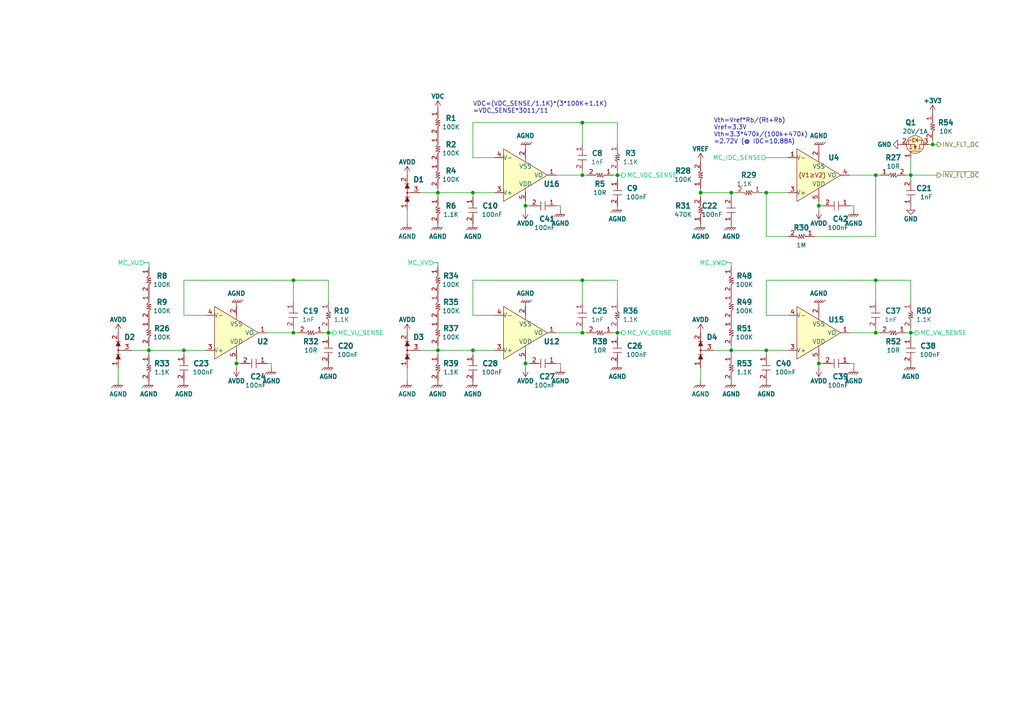
<source format=kicad_sch>
(kicad_sch (version 20231120) (generator "eeschema") (generator_version "8.0")
  (paper "A4")
  (title_block (title "INVERTER BOARD") (date "2024-09-24") (rev "1.0") (company "TON DUC THANG UNIVERSITY") (comment 1 "Schematic Designed by ...") (comment 2 "PCB Designed by ...") (comment 3 "Approved by ..."))
  (lib_symbols
    (symbol "SAMPI:AGND" (power) (pin_names (offset 0))
      (property "Value" "AGND" (at 0 -3.175 0))
      (symbol "AGND_1_1"
        (pin power_in line (at 0 0 90) (length 0) hide (name "AGND") (number "1"))
      )
    )
    (symbol "SAMPI:AVDD" (power) (pin_names (offset 0))
      (property "Value" "AVDD" (at 0 3.556 0))
      (symbol "AVDD_1_1"
        (pin power_in line (at 0 0 90) (length 0) hide (name "AVDD") (number "1"))
      )
    )
    (symbol "SAMPI:CERCAP" (pin_names hide)
      (property "Reference" "C" (at -1.905 1.905 0))
      (property "Value" "CerCap" (at -1.905 0 0))
      (symbol "CERCAP_1_1"
        (pin bidirectional line (at -2.54 -2.54 0) (length 2.54) (name "1") (number "1"))
        (pin bidirectional line (at 5.08 -2.54 180) (length 2.54) (name "2") (number "2"))
      )
    )
    (symbol "SAMPI:CMP-1CH" (pin_names hide)
      (property "Reference" "U12" (at 10.16 -15.24 0))
      (symbol "CMP-1CH_1_1"
        (text "(V1≥V2)" (at 4.445 -10.16 0) (effects (font (size 1.27 1.27))))
        (text "V+" (at 1.27 -5.08 0) (effects (font (size 1.27 1.27))))
        (text "V-" (at 1.27 -15.24 0) (effects (font (size 1.27 1.27))))
        (text "VDD" (at 6.35 -7.62 0) (effects (font (size 1.27 1.27))))
        (text "VO" (at 10.16 -10.16 0) (effects (font (size 1.27 1.27))))
        (text "VSS" (at 6.35 -12.7 0) (effects (font (size 1.27 1.27))))
        (pin input line (at -2.54 -15.24 0) (length 2.54) (name "VIN-") (number "1"))
        (pin power_in line (at 6.35 -17.78 90) (length 2.54) (name "VSS") (number "2"))
        (pin input line (at -2.54 -5.08 0) (length 2.54) (name "VIN+") (number "3"))
        (pin output line (at 15.24 -10.16 180) (length 2.54) (name "VOUT") (number "4"))
        (pin power_in line (at 6.35 -2.54 270) (length 2.54) (name "VDD") (number "5"))
      )
    )
    (symbol "SAMPI:DIODE_ARR2" (pin_names hide)
      (property "Reference" "D" (at 0 0 0))
      (property "Value" "DIODE ARR 2" (at 0 -1.905 0))
      (symbol "DIODE_ARR2_1_1"
        (pin passive line (at 12.7 -10.16 90) (length 2.54) (name "A1") (number "1"))
        (pin passive line (at 12.7 0 270) (length 2.54) (name "K2") (number "2"))
        (pin passive line (at 8.89 -5.08 0) (length 2.54) (name "COM") (number "3"))
      )
    )
    (symbol "SAMPI:FET_N-CH" (pin_names hide)
      (property "Reference" "Q" (at 1.27 1.27 0))
      (property "Value" "MFET N" (at 1.27 -1.27 0))
      (symbol "FET_N-CH_1_1"
        (pin bidirectional line (at 0 -5.08 0) (length 1.27) (name "G") (number "1"))
        (pin bidirectional line (at 3.81 -7.62 90) (length 1.27) (name "S") (number "2"))
        (pin bidirectional line (at 3.81 0 270) (length 1.27) (name "D") (number "3"))
      )
    )
    (symbol "SAMPI:OPAMP-1CH" (pin_names hide)
      (property "Reference" "U" (at 0 0 0))
      (property "Value" "OP-1CH" (at 0 -1.905 0))
      (symbol "OPAMP-1CH_1_1"
        (text "V+" (at 1.27 -5.08 0) (effects (font (size 1.27 1.27))))
        (text "V-" (at 1.27 -15.24 0) (effects (font (size 1.27 1.27))))
        (text "VDD" (at 6.35 -7.62 0) (effects (font (size 1.27 1.27))))
        (text "VO" (at 10.16 -10.16 0) (effects (font (size 1.27 1.27))))
        (text "VSS" (at 6.35 -12.7 0) (effects (font (size 1.27 1.27))))
        (pin output line (at 15.24 -10.16 180) (length 2.54) (name "VOUT") (number "1"))
        (pin power_in line (at 6.35 -17.78 90) (length 2.54) (name "VSS") (number "2"))
        (pin input line (at -2.54 -5.08 0) (length 2.54) (name "VIN+") (number "3"))
        (pin input line (at -2.54 -15.24 0) (length 2.54) (name "VIN-") (number "4"))
        (pin power_in line (at 6.35 -2.54 270) (length 2.54) (name "VDD") (number "5"))
      )
    )
    (symbol "SAMPI:RES" (pin_names hide)
      (property "Reference" "R" (at 0 1.905 0))
      (property "Value" "RES" (at 0 0 0))
      (symbol "RES_1_1"
        (pin bidirectional line (at -2.54 -2.54 0) (length 2.54) (name "1") (number "1"))
        (pin bidirectional line (at 5.08 -2.54 180) (length 2.54) (name "2") (number "2"))
      )
    )
    (symbol "SAMPI:VREF" (power) (pin_names (offset 0))
      (property "Value" "VREF" (at 0 3.556 0))
      (symbol "VREF_1_1"
        (pin power_in line (at 0 0 90) (length 0) hide (name "VREF") (number "1"))
      )
    )
    (symbol "power:+3V3" (power) (pin_names (offset 0))
      (property "Value" "+3V3" (at 0 3.556 0))
      (symbol "+3V3_1_1"
        (pin power_in line (at 0 0 90) (length 0) hide (name "+3V3") (number "1"))
      )
    )
    (symbol "power:GND" (power) (pin_names (offset 0))
      (property "Value" "GND" (at 0 -3.81 0))
      (symbol "GND_1_1"
        (pin power_in line (at 0 0 270) (length 0) hide (name "GND") (number "1"))
      )
    )
    (symbol "power:VDC" (power) (pin_names (offset 0))
      (property "Value" "VDC" (at 0 6.35 0))
      (symbol "VDC_1_1"
        (pin power_in line (at 0 0 90) (length 0) hide (name "VDC") (number "1"))
      )
    )
  )
  (junction (at 203.2 55.88))
  (junction (at 168.91 35.56))
  (junction (at 43.18 101.6))
  (junction (at 53.34 101.6))
  (junction (at 212.09 101.6))
  (junction (at 85.09 81.28))
  (junction (at 212.09 55.88))
  (junction (at 168.91 50.8))
  (junction (at 254 96.52))
  (junction (at 264.16 96.52))
  (junction (at 179.07 50.8))
  (junction (at 237.49 105.41))
  (junction (at 168.91 96.52))
  (junction (at 237.49 59.69))
  (junction (at 85.09 96.52))
  (junction (at 137.16 101.6))
  (junction (at 254 50.8))
  (junction (at 179.07 96.52))
  (junction (at 254 81.28))
  (junction (at 222.25 55.88))
  (junction (at 270.51 41.91))
  (junction (at 222.25 101.6))
  (junction (at 95.25 96.52))
  (junction (at 152.4 59.69))
  (junction (at 168.91 81.28))
  (junction (at 127 101.6))
  (junction (at 137.16 55.88))
  (junction (at 152.4 105.41))
  (junction (at 127 55.88))
  (junction (at 68.58 105.41))
  (junction (at 264.16 50.8))
  (wire (pts (xy 212.09 55.88) (xy 213.36 55.88)))
  (wire (pts (xy 127 100.33) (xy 127 101.6)))
  (wire (pts (xy 162.56 105.41) (xy 162.56 106.68)))
  (wire (pts (xy 203.2 55.88) (xy 203.2 57.15)))
  (wire (pts (xy 127 101.6) (xy 137.16 101.6)))
  (wire (pts (xy 96.52 96.52) (xy 95.25 96.52)))
  (wire (pts (xy 153.67 105.41) (xy 152.4 105.41)))
  (wire (pts (xy 222.25 81.28) (xy 254 81.28)))
  (wire (pts (xy 162.56 105.41) (xy 161.29 105.41)))
  (wire (pts (xy 237.49 105.41) (xy 237.49 106.68)))
  (wire (pts (xy 68.58 105.41) (xy 68.58 104.14)))
  (wire (pts (xy 161.29 96.52) (xy 168.91 96.52)))
  (wire (pts (xy 254 50.8) (xy 255.27 50.8)))
  (wire (pts (xy 264.16 95.25) (xy 264.16 96.52)))
  (wire (pts (xy 212.09 57.15) (xy 212.09 55.88)))
  (wire (pts (xy 203.2 54.61) (xy 203.2 55.88)))
  (wire (pts (xy 247.65 105.41) (xy 246.38 105.41)))
  (wire (pts (xy 38.1 101.6) (xy 43.18 101.6)))
  (wire (pts (xy 85.09 81.28) (xy 95.25 81.28)))
  (wire (pts (xy 254 96.52) (xy 255.27 96.52)))
  (wire (pts (xy 153.67 59.69) (xy 152.4 59.69)))
  (wire (pts (xy 162.56 59.69) (xy 162.56 60.96)))
  (wire (pts (xy 212.09 101.6) (xy 212.09 102.87)))
  (wire (pts (xy 43.18 76.2) (xy 43.18 77.47)))
  (wire (pts (xy 210.82 76.2) (xy 212.09 76.2)))
  (wire (pts (xy 228.6 91.44) (xy 222.25 91.44)))
  (wire (pts (xy 118.11 60.96) (xy 118.11 64.77)))
  (wire (pts (xy 68.58 105.41) (xy 68.58 106.68)))
  (wire (pts (xy 53.34 81.28) (xy 85.09 81.28)))
  (wire (pts (xy 179.07 96.52) (xy 177.8 96.52)))
  (wire (pts (xy 137.16 91.44) (xy 137.16 81.28)))
  (wire (pts (xy 85.09 81.28) (xy 85.09 87.63)))
  (wire (pts (xy 168.91 81.28) (xy 179.07 81.28)))
  (wire (pts (xy 271.78 50.8) (xy 264.16 50.8)))
  (wire (pts (xy 152.4 59.69) (xy 152.4 58.42)))
  (wire (pts (xy 179.07 96.52) (xy 179.07 97.79)))
  (wire (pts (xy 41.91 76.2) (xy 43.18 76.2)))
  (wire (pts (xy 264.16 45.72) (xy 264.16 50.8)))
  (wire (pts (xy 53.34 101.6) (xy 59.69 101.6)))
  (wire (pts (xy 180.34 50.8) (xy 179.07 50.8)))
  (wire (pts (xy 203.2 55.88) (xy 212.09 55.88)))
  (wire (pts (xy 179.07 81.28) (xy 179.07 87.63)))
  (wire (pts (xy 222.25 55.88) (xy 222.25 68.58)))
  (wire (pts (xy 238.76 105.41) (xy 237.49 105.41)))
  (wire (pts (xy 254 81.28) (xy 254 87.63)))
  (wire (pts (xy 238.76 59.69) (xy 237.49 59.69)))
  (wire (pts (xy 179.07 49.53) (xy 179.07 50.8)))
  (wire (pts (xy 77.47 96.52) (xy 85.09 96.52)))
  (wire (pts (xy 127 54.61) (xy 127 55.88)))
  (wire (pts (xy 207.01 101.6) (xy 212.09 101.6)))
  (wire (pts (xy 179.07 95.25) (xy 179.07 96.52)))
  (wire (pts (xy 95.25 96.52) (xy 95.25 97.79)))
  (wire (pts (xy 237.49 59.69) (xy 237.49 60.96)))
  (wire (pts (xy 222.25 45.72) (xy 228.6 45.72)))
  (wire (pts (xy 137.16 45.72) (xy 137.16 35.56)))
  (wire (pts (xy 59.69 91.44) (xy 53.34 91.44)))
  (wire (pts (xy 247.65 59.69) (xy 246.38 59.69)))
  (wire (pts (xy 222.25 101.6) (xy 228.6 101.6)))
  (wire (pts (xy 121.92 101.6) (xy 127 101.6)))
  (wire (pts (xy 222.25 102.87) (xy 222.25 101.6)))
  (wire (pts (xy 246.38 96.52) (xy 254 96.52)))
  (wire (pts (xy 137.16 57.15) (xy 137.16 55.88)))
  (wire (pts (xy 143.51 45.72) (xy 137.16 45.72)))
  (wire (pts (xy 264.16 50.8) (xy 262.89 50.8)))
  (wire (pts (xy 212.09 76.2) (xy 212.09 77.47)))
  (wire (pts (xy 168.91 96.52) (xy 170.18 96.52)))
  (wire (pts (xy 179.07 50.8) (xy 179.07 52.07)))
  (wire (pts (xy 203.2 106.68) (xy 203.2 110.49)))
  (wire (pts (xy 152.4 59.69) (xy 152.4 60.96)))
  (wire (pts (xy 179.07 50.8) (xy 177.8 50.8)))
  (wire (pts (xy 143.51 55.88) (xy 137.16 55.88)))
  (wire (pts (xy 118.11 106.68) (xy 118.11 110.49)))
  (wire (pts (xy 264.16 96.52) (xy 264.16 97.79)))
  (wire (pts (xy 152.4 105.41) (xy 152.4 104.14)))
  (wire (pts (xy 168.91 35.56) (xy 168.91 41.91)))
  (wire (pts (xy 270.51 41.91) (xy 271.78 41.91)))
  (wire (pts (xy 53.34 102.87) (xy 53.34 101.6)))
  (wire (pts (xy 264.16 81.28) (xy 264.16 87.63)))
  (wire (pts (xy 254 81.28) (xy 264.16 81.28)))
  (wire (pts (xy 168.91 96.52) (xy 168.91 95.25)))
  (wire (pts (xy 125.73 76.2) (xy 127 76.2)))
  (wire (pts (xy 236.22 68.58) (xy 254 68.58)))
  (wire (pts (xy 269.24 41.91) (xy 270.51 41.91)))
  (wire (pts (xy 168.91 81.28) (xy 168.91 87.63)))
  (wire (pts (xy 152.4 105.41) (xy 152.4 106.68)))
  (wire (pts (xy 43.18 101.6) (xy 43.18 102.87)))
  (wire (pts (xy 85.09 96.52) (xy 86.36 96.52)))
  (wire (pts (xy 162.56 59.69) (xy 161.29 59.69)))
  (wire (pts (xy 247.65 59.69) (xy 247.65 60.96)))
  (wire (pts (xy 43.18 101.6) (xy 53.34 101.6)))
  (wire (pts (xy 179.07 35.56) (xy 179.07 41.91)))
  (wire (pts (xy 222.25 55.88) (xy 228.6 55.88)))
  (wire (pts (xy 212.09 100.33) (xy 212.09 101.6)))
  (wire (pts (xy 137.16 102.87) (xy 137.16 101.6)))
  (wire (pts (xy 137.16 101.6) (xy 143.51 101.6)))
  (wire (pts (xy 121.92 55.88) (xy 127 55.88)))
  (wire (pts (xy 127 55.88) (xy 127 57.15)))
  (wire (pts (xy 43.18 100.33) (xy 43.18 101.6)))
  (wire (pts (xy 127 55.88) (xy 137.16 55.88)))
  (wire (pts (xy 168.91 35.56) (xy 179.07 35.56)))
  (wire (pts (xy 78.74 105.41) (xy 78.74 106.68)))
  (wire (pts (xy 222.25 91.44) (xy 222.25 81.28)))
  (wire (pts (xy 247.65 105.41) (xy 247.65 106.68)))
  (wire (pts (xy 95.25 95.25) (xy 95.25 96.52)))
  (wire (pts (xy 137.16 81.28) (xy 168.91 81.28)))
  (wire (pts (xy 264.16 52.07) (xy 264.16 50.8)))
  (wire (pts (xy 212.09 101.6) (xy 222.25 101.6)))
  (wire (pts (xy 95.25 96.52) (xy 93.98 96.52)))
  (wire (pts (xy 143.51 91.44) (xy 137.16 91.44)))
  (wire (pts (xy 127 76.2) (xy 127 77.47)))
  (wire (pts (xy 237.49 59.69) (xy 237.49 58.42)))
  (wire (pts (xy 246.38 50.8) (xy 254 50.8)))
  (wire (pts (xy 254 96.52) (xy 254 95.25)))
  (wire (pts (xy 78.74 105.41) (xy 77.47 105.41)))
  (wire (pts (xy 69.85 105.41) (xy 68.58 105.41)))
  (wire (pts (xy 220.98 55.88) (xy 222.25 55.88)))
  (wire (pts (xy 53.34 91.44) (xy 53.34 81.28)))
  (wire (pts (xy 127 101.6) (xy 127 102.87)))
  (wire (pts (xy 237.49 105.41) (xy 237.49 104.14)))
  (wire (pts (xy 265.43 96.52) (xy 264.16 96.52)))
  (wire (pts (xy 168.91 50.8) (xy 170.18 50.8)))
  (wire (pts (xy 254 68.58) (xy 254 50.8)))
  (wire (pts (xy 222.25 68.58) (xy 228.6 68.58)))
  (wire (pts (xy 270.51 40.64) (xy 270.51 41.91)))
  (wire (pts (xy 168.91 50.8) (xy 168.91 49.53)))
  (wire (pts (xy 85.09 96.52) (xy 85.09 95.25)))
  (wire (pts (xy 34.29 106.68) (xy 34.29 110.49)))
  (wire (pts (xy 264.16 96.52) (xy 262.89 96.52)))
  (wire (pts (xy 180.34 96.52) (xy 179.07 96.52)))
  (wire (pts (xy 161.29 50.8) (xy 168.91 50.8)))
  (wire (pts (xy 137.16 35.56) (xy 168.91 35.56)))
  (wire (pts (xy 95.25 81.28) (xy 95.25 87.63)))
  (text "Vth=Vref*Rb/(Rt+Rb)\nVref=3.3V\nVth=3.3*470k/(100k+470k)\n=2.72V (@ IDC=10.88A)" (at 207.01 41.91 0) (effects (font (size 1.27 1.27)) (justify left bottom)))
  (text "VDC=(VDC_SENSE/1.1K)*(3*100K+1.1K)\n=VDC_SENSE*3011/11" (at 137.16 33.02 0) (effects (font (size 1.27 1.27)) (justify left bottom)))
  (hierarchical_label "MC_VW" (shape input) (at 210.82 76.2 180))
  (hierarchical_label "INV_FLT_OC" (shape output) (at 271.78 41.91 0))
  (hierarchical_label "MC_VDC_SENSE" (shape output) (at 180.34 50.8 0))
  (hierarchical_label "MC_VV_SENSE" (shape output) (at 180.34 96.52 0))
  (hierarchical_label "MC_IDC_SENSE" (shape input) (at 222.25 45.72 180))
  (hierarchical_label "MC_VV" (shape input) (at 125.73 76.2 180))
  (hierarchical_label "~{INV_FLT_OC}" (shape output) (at 271.78 50.8 0))
  (hierarchical_label "MC_VU" (shape input) (at 41.91 76.2 180))
  (hierarchical_label "MC_VW_SENSE" (shape output) (at 265.43 96.52 0))
  (hierarchical_label "MC_VU_SENSE" (shape output) (at 96.52 96.52 0))
  (symbol (lib_id "SAMPI:CERCAP") (at 158.75 57.15 0) (mirror y) (unit 1)
    (property "Reference" "C41" (at 156.21 63.5 0) (effects (font (size 1.5 1.5) (bold yes)) (justify right)))
    (property "Value" "100nF" (at 154.94 66.04 0) (effects (justify right)))
    (property "Footprint" "SAMPI:CAP0603" (effects (hide yes)))
    (property "Description" "CAP CER 0.1UF 50V X7R 0603" (effects (hide yes)))
    (property "MNP" "CL10B104KB8NNNC" (effects (hide yes)))
    (property "Unit Price" "0.0146" (effects (hide yes)))
    (property "MFT" "Samsung" (effects (hide yes)))
    (property "Checked" "OK" (effects (hide yes)))
  )
  (symbol (lib_id "power:VDC") (at 127 31.75 0) (unit 1)
    (property "Reference" "#PWR032" (effects (hide yes)))
    (property "Value" "VDC" (at 127 27.94 0) (effects (font (bold yes))))
  )
  (symbol (lib_id "SAMPI:CERCAP") (at 166.37 90.17 90) (mirror x) (unit 1)
    (property "Reference" "C25" (at 171.45 90.17 90) (effects (font (size 1.5 1.5) (bold yes)) (justify right)))
    (property "Value" "1nF" (at 171.45 92.71 90) (effects (justify right)))
    (property "Footprint" "SAMPI:CAP0603" (effects (hide yes)))
    (property "Description" "CAP CER 1nF 50V X7R 0603" (effects (hide yes)))
    (property "MNP" "CL10B102KB8NNNC" (effects (hide yes)))
    (property "Unit Price" "0.027" (effects (hide yes)))
    (property "MFT" "Samsung" (effects (hide yes)))
    (property "Checked" "OK" (effects (hide yes)))
  )
  (symbol (lib_id "SAMPI:RES") (at 124.46 95.25 90) (mirror x) (unit 1)
    (property "Reference" "R37" (at 130.81 95.25 90) (effects (font (size 1.5 1.5) (bold yes))))
    (property "Value" "100K" (at 130.81 97.79 90))
    (property "Footprint" "SAMPI:RES0603" (effects (hide yes)))
    (property "Description" "RES 100K OHM 1% 1/10W 0603" (effects (hide yes)))
    (property "Unit Price" "0.019" (effects (hide yes)))
    (property "MNP" "RC0603FR-07100KL" (effects (hide yes)))
    (property "MFT" "YAGEO" (effects (hide yes)))
    (property "Checked" "OK" (effects (hide yes)))
  )
  (symbol (lib_id "SAMPI:RES") (at 181.61 44.45 270) (unit 1)
    (property "Reference" "R3" (at 182.88 44.45 90) (effects (font (size 1.5 1.5) (bold yes))))
    (property "Value" "1.1K" (at 182.88 46.99 90))
    (property "Footprint" "SAMPI:RES0603" (effects (hide yes)))
    (property "Description" "RES SMD 1.1K OHM 1% 1/10W 0603" (effects (hide yes)))
    (property "Unit Price" "0.021" (effects (hide yes)))
    (property "MNP" "AC0603FR-071K1L" (effects (hide yes)))
    (property "MFT" "YAGEO" (effects (hide yes)))
    (property "Checked" "OK" (effects (hide yes)))
  )
  (symbol (lib_id "power:GND") (at 264.16 59.69 0) (mirror y) (unit 1)
    (property "Reference" "#PWR043" (effects (hide yes)))
    (property "Value" "GND" (at 264.16 63.5 0) (effects (font (bold yes))))
  )
  (symbol (lib_id "SAMPI:AGND") (at 137.16 64.77 0) (unit 1)
    (property "Reference" "#PWR037" (effects (hide yes)))
    (property "Value" "AGND" (at 137.16 68.58 0) (effects (font (bold yes))))
  )
  (symbol (lib_id "SAMPI:RES") (at 175.26 99.06 180) (unit 1)
    (property "Reference" "R38" (at 173.99 99.06 0) (effects (font (size 1.5 1.5) (bold yes))))
    (property "Value" "10R" (at 173.99 101.6 0))
    (property "Footprint" "SAMPI:RES0603" (effects (hide yes)))
    (property "Description" "RES 10 OHM 1% 1/10W 0603" (effects (hide yes)))
    (property "Unit Price" "0.029" (effects (hide yes)))
    (property "MNP" "RC0603FR-0710RL" (effects (hide yes)))
    (property "MFT" "YAGEO" (effects (hide yes)))
    (property "Checked" "OK" (effects (hide yes)))
  )
  (symbol (lib_id "SAMPI:AGND") (at 95.25 105.41 0) (unit 1)
    (property "Reference" "#PWR040" (effects (hide yes)))
    (property "Value" "AGND" (at 95.25 109.22 0) (effects (font (bold yes))))
  )
  (symbol (lib_id "SAMPI:CERCAP") (at 266.7 57.15 270) (mirror x) (unit 1)
    (property "Reference" "C21" (at 270.51 54.61 90) (effects (font (size 1.5 1.5) (bold yes)) (justify right)))
    (property "Value" "1nF" (at 270.51 57.15 90) (effects (justify right)))
    (property "Footprint" "SAMPI:CAP0603" (effects (hide yes)))
    (property "Description" "CAP CER 1nF 50V X7R 0603" (effects (hide yes)))
    (property "MNP" "CL10B102KB8NNNC" (effects (hide yes)))
    (property "Unit Price" "0.027" (effects (hide yes)))
    (property "MFT" "Samsung" (effects (hide yes)))
    (property "Checked" "OK" (effects (hide yes)))
  )
  (symbol (lib_id "SAMPI:AGND") (at 247.65 60.96 0) (unit 1)
    (property "Reference" "#PWR0122" (effects (hide yes)))
    (property "Value" "AGND" (at 247.65 64.77 0) (effects (font (bold yes))))
  )
  (symbol (lib_id "SAMPI:RES") (at 124.46 49.53 90) (mirror x) (unit 1)
    (property "Reference" "R4" (at 130.81 49.53 90) (effects (font (size 1.5 1.5) (bold yes))))
    (property "Value" "100K" (at 130.81 52.07 90))
    (property "Footprint" "SAMPI:RES0603" (effects (hide yes)))
    (property "Description" "RES 100K OHM 1% 1/10W 0603" (effects (hide yes)))
    (property "Unit Price" "0.019" (effects (hide yes)))
    (property "MNP" "RC0603FR-07100KL" (effects (hide yes)))
    (property "MFT" "YAGEO" (effects (hide yes)))
    (property "Checked" "OK" (effects (hide yes)))
  )
  (symbol (lib_id "SAMPI:AGND") (at 264.16 105.41 0) (unit 1)
    (property "Reference" "#PWR077" (effects (hide yes)))
    (property "Value" "AGND" (at 264.16 109.22 0) (effects (font (bold yes))))
  )
  (symbol (lib_id "SAMPI:CERCAP") (at 219.71 105.41 90) (mirror x) (unit 1)
    (property "Reference" "C40" (at 224.79 105.41 90) (effects (font (size 1.5 1.5) (bold yes)) (justify right)))
    (property "Value" "100nF" (at 224.79 107.95 90) (effects (justify right)))
    (property "Footprint" "SAMPI:CAP0603" (effects (hide yes)))
    (property "Description" "CAP CER 0.1UF 50V X7R 0603" (effects (hide yes)))
    (property "MNP" "CL10B104KB8NNNC" (effects (hide yes)))
    (property "Unit Price" "0.0146" (effects (hide yes)))
    (property "MFT" "Samsung" (effects (hide yes)))
    (property "Checked" "OK" (effects (hide yes)))
  )
  (symbol (lib_id "SAMPI:CERCAP") (at 243.84 102.87 0) (mirror y) (unit 1)
    (property "Reference" "C39" (at 241.3 109.22 0) (effects (font (size 1.5 1.5) (bold yes)) (justify right)))
    (property "Value" "100nF" (at 240.03 111.76 0) (effects (justify right)))
    (property "Footprint" "SAMPI:CAP0603" (effects (hide yes)))
    (property "Description" "CAP CER 0.1UF 50V X7R 0603" (effects (hide yes)))
    (property "MNP" "CL10B104KB8NNNC" (effects (hide yes)))
    (property "Unit Price" "0.0146" (effects (hide yes)))
    (property "MFT" "Samsung" (effects (hide yes)))
    (property "Checked" "OK" (effects (hide yes)))
  )
  (symbol (lib_id "SAMPI:CERCAP") (at 50.8 105.41 90) (mirror x) (unit 1)
    (property "Reference" "C23" (at 55.88 105.41 90) (effects (font (size 1.5 1.5) (bold yes)) (justify right)))
    (property "Value" "100nF" (at 55.88 107.95 90) (effects (justify right)))
    (property "Footprint" "SAMPI:CAP0603" (effects (hide yes)))
    (property "Description" "CAP CER 0.1UF 50V X7R 0603" (effects (hide yes)))
    (property "MNP" "CL10B104KB8NNNC" (effects (hide yes)))
    (property "Unit Price" "0.0146" (effects (hide yes)))
    (property "MFT" "Samsung" (effects (hide yes)))
    (property "Checked" "OK" (effects (hide yes)))
  )
  (symbol (lib_id "SAMPI:AGND") (at 212.09 110.49 0) (unit 1)
    (property "Reference" "#PWR073" (effects (hide yes)))
    (property "Value" "AGND" (at 212.09 114.3 0) (effects (font (bold yes))))
  )
  (symbol (lib_id "SAMPI:AGND") (at 78.74 106.68 0) (unit 1)
    (property "Reference" "#PWR058" (effects (hide yes)))
    (property "Value" "AGND" (at 78.74 110.49 0) (effects (font (bold yes))))
  )
  (symbol (lib_id "SAMPI:AGND") (at 203.2 110.49 0) (unit 1)
    (property "Reference" "#PWR080" (effects (hide yes)))
    (property "Value" "AGND" (at 203.2 114.3 0) (effects (font (bold yes))))
  )
  (symbol (lib_id "SAMPI:RES") (at 233.68 66.04 0) (mirror y) (unit 1)
    (property "Reference" "R30" (at 232.41 66.04 0) (effects (font (size 1.5 1.5) (bold yes))))
    (property "Value" "1M" (at 232.41 71.12 0))
    (property "Footprint" "SAMPI:RES1206" (effects (hide yes)))
    (property "Description" "RES 1M OHM 5% 1/4W 1206" (effects (hide yes)))
    (property "Unit Price" "0.02" (effects (hide yes)))
    (property "MNP" "WR12X105 JTL" (effects (hide yes)))
    (property "MFT" "Walsin" (effects (hide yes)))
    (property "Checked" "OK" (effects (hide yes)))
  )
  (symbol (lib_id "SAMPI:AGND") (at 34.29 110.49 0) (unit 1)
    (property "Reference" "#PWR041" (effects (hide yes)))
    (property "Value" "AGND" (at 34.29 114.3 0) (effects (font (bold yes))))
  )
  (symbol (lib_id "SAMPI:DIODE_ARR2") (at 46.99 96.52 0) (mirror y) (unit 1)
    (property "Reference" "D2" (at 39.37 97.79 0) (effects (font (size 1.5 1.5) (bold yes)) (justify left)))
    (property "Value" "GP DIODE" (effects (hide yes)))
    (property "Footprint" "SAMPI:SOT23" (effects (hide yes)))
    (property "Description" "DIODE ARRAY GP 75V 150MA SOT23" (effects (hide yes)))
    (property "MNP" "MMBD4148SE" (effects (hide yes)))
    (property "Unit Price" "0.11" (effects (hide yes)))
    (property "MFT" "ANBON" (effects (hide yes)))
    (property "Checked" "OK" (effects (hide yes)))
  )
  (symbol (lib_id "SAMPI:AGND") (at 212.09 64.77 0) (unit 1)
    (property "Reference" "#PWR045" (effects (hide yes)))
    (property "Value" "AGND" (at 212.09 68.58 0) (effects (font (bold yes))))
  )
  (symbol (lib_id "SAMPI:RES") (at 175.26 53.34 180) (unit 1)
    (property "Reference" "R5" (at 173.99 53.34 0) (effects (font (size 1.5 1.5) (bold yes))))
    (property "Value" "10R" (at 173.99 55.88 0))
    (property "Footprint" "SAMPI:RES0603" (effects (hide yes)))
    (property "Description" "RES 10 OHM 1% 1/10W 0603" (effects (hide yes)))
    (property "Unit Price" "0.029" (effects (hide yes)))
    (property "MNP" "RC0603FR-0710RL" (effects (hide yes)))
    (property "MFT" "YAGEO" (effects (hide yes)))
    (property "Checked" "OK" (effects (hide yes)))
  )
  (symbol (lib_id "SAMPI:AGND") (at 127 110.49 0) (unit 1)
    (property "Reference" "#PWR071" (effects (hide yes)))
    (property "Value" "AGND" (at 127 114.3 0) (effects (font (bold yes))))
  )
  (symbol (lib_id "SAMPI:AGND") (at 203.2 64.77 0) (unit 1)
    (property "Reference" "#PWR044" (effects (hide yes)))
    (property "Value" "AGND" (at 203.2 68.58 0) (effects (font (bold yes))))
  )
  (symbol (lib_id "SAMPI:AVDD") (at 237.49 60.96 180) (unit 1)
    (property "Reference" "#PWR0121" (effects (hide yes)))
    (property "Value" "AVDD" (at 237.49 64.77 0) (effects (font (bold yes))))
  )
  (symbol (lib_id "SAMPI:CERCAP") (at 251.46 90.17 90) (mirror x) (unit 1)
    (property "Reference" "C37" (at 256.54 90.17 90) (effects (font (size 1.5 1.5) (bold yes)) (justify right)))
    (property "Value" "1nF" (at 256.54 92.71 90) (effects (justify right)))
    (property "Footprint" "SAMPI:CAP0603" (effects (hide yes)))
    (property "Description" "CAP CER 1nF 50V X7R 0603" (effects (hide yes)))
    (property "MNP" "CL10B102KB8NNNC" (effects (hide yes)))
    (property "Unit Price" "0.027" (effects (hide yes)))
    (property "MFT" "Samsung" (effects (hide yes)))
    (property "Checked" "OK" (effects (hide yes)))
  )
  (symbol (lib_id "SAMPI:DIODE_ARR2") (at 215.9 96.52 0) (mirror y) (unit 1)
    (property "Reference" "D4" (at 208.28 97.79 0) (effects (font (size 1.5 1.5) (bold yes)) (justify left)))
    (property "Value" "GP DIODE" (effects (hide yes)))
    (property "Footprint" "SAMPI:SOT23" (effects (hide yes)))
    (property "Description" "DIODE ARRAY GP 75V 150MA SOT23" (effects (hide yes)))
    (property "MNP" "MMBD4148SE" (effects (hide yes)))
    (property "Unit Price" "0.11" (effects (hide yes)))
    (property "MFT" "ANBON" (effects (hide yes)))
    (property "Checked" "OK" (effects (hide yes)))
  )
  (symbol (lib_id "SAMPI:RES") (at 218.44 53.34 0) (mirror y) (unit 1)
    (property "Reference" "R29" (at 217.17 50.8 0) (effects (font (size 1.5 1.5) (bold yes))))
    (property "Value" "1.1K" (at 215.9 53.34 0))
    (property "Footprint" "SAMPI:RES0603" (effects (hide yes)))
    (property "Description" "RES SMD 1.1K OHM 1% 1/10W 0603" (effects (hide yes)))
    (property "Unit Price" "0.021" (effects (hide yes)))
    (property "MNP" "AC0603FR-071K1L" (effects (hide yes)))
    (property "MFT" "YAGEO" (effects (hide yes)))
    (property "Checked" "OK" (effects (hide yes)))
  )
  (symbol (lib_id "SAMPI:CERCAP") (at 166.37 44.45 90) (mirror x) (unit 1)
    (property "Reference" "C8" (at 171.45 44.45 90) (effects (font (size 1.5 1.5) (bold yes)) (justify right)))
    (property "Value" "1nF" (at 171.45 46.99 90) (effects (justify right)))
    (property "Footprint" "SAMPI:CAP0603" (effects (hide yes)))
    (property "Description" "CAP CER 1nF 50V X7R 0603" (effects (hide yes)))
    (property "MNP" "CL10B102KB8NNNC" (effects (hide yes)))
    (property "Unit Price" "0.027" (effects (hide yes)))
    (property "MFT" "Samsung" (effects (hide yes)))
    (property "Checked" "OK" (effects (hide yes)))
  )
  (symbol (lib_id "SAMPI:RES") (at 40.64 105.41 90) (mirror x) (unit 1)
    (property "Reference" "R33" (at 46.99 105.41 90) (effects (font (size 1.5 1.5) (bold yes))))
    (property "Value" "1.1K" (at 46.99 107.95 90))
    (property "Footprint" "SAMPI:RES0603" (effects (hide yes)))
    (property "Description" "RES SMD 1.1K OHM 1% 1/10W 0603" (effects (hide yes)))
    (property "Unit Price" "0.021" (effects (hide yes)))
    (property "MNP" "AC0603FR-071K1L" (effects (hide yes)))
    (property "MFT" "YAGEO" (effects (hide yes)))
    (property "Checked" "OK" (effects (hide yes)))
  )
  (symbol (lib_id "power:+3V3") (at 270.51 33.02 0) (unit 1)
    (property "Reference" "#PWR0106" (effects (hide yes)))
    (property "Value" "+3V3" (at 270.51 29.21 0) (effects (font (bold yes))))
  )
  (symbol (lib_id "SAMPI:OPAMP-1CH") (at 62.23 106.68 0) (mirror x) (unit 1)
    (property "Reference" "U2" (at 76.2 99.06 0) (effects (font (size 1.5 1.5) (bold yes))))
    (property "Value" "OP-1CH" (effects (hide yes)))
    (property "Footprint" "SAMPI:SOT353" (effects (hide yes)))
    (property "Description" "IC OPAMP GP 1 CIRCUIT SC88A" (effects (hide yes)))
    (property "MNP" "NCV21871SQ3T2G" (effects (hide yes)))
    (property "Unit Price" "0.633" (effects (hide yes)))
    (property "MFT" "Onsemi" (effects (hide yes)))
    (property "Checked" "OK" (effects (hide yes)))
  )
  (symbol (lib_id "SAMPI:DIODE_ARR2") (at 130.81 96.52 0) (mirror y) (unit 1)
    (property "Reference" "D3" (at 123.19 97.79 0) (effects (font (size 1.5 1.5) (bold yes)) (justify left)))
    (property "Value" "GP DIODE" (effects (hide yes)))
    (property "Footprint" "SAMPI:SOT23" (effects (hide yes)))
    (property "Description" "DIODE ARRAY GP 75V 150MA SOT23" (effects (hide yes)))
    (property "MNP" "MMBD4148SE" (effects (hide yes)))
    (property "Unit Price" "0.11" (effects (hide yes)))
    (property "MFT" "ANBON" (effects (hide yes)))
    (property "Checked" "OK" (effects (hide yes)))
  )
  (symbol (lib_id "SAMPI:AGND") (at 247.65 106.68 0) (unit 1)
    (property "Reference" "#PWR079" (effects (hide yes)))
    (property "Value" "AGND" (at 247.65 110.49 0) (effects (font (bold yes))))
  )
  (symbol (lib_id "SAMPI:AVDD") (at 118.11 96.52 0) (unit 1)
    (property "Reference" "#PWR046" (effects (hide yes)))
    (property "Value" "AVDD" (at 118.11 92.71 0) (effects (font (bold yes))))
  )
  (symbol (lib_id "SAMPI:AGND") (at 137.16 110.49 0) (unit 1)
    (property "Reference" "#PWR072" (effects (hide yes)))
    (property "Value" "AGND" (at 137.16 114.3 0) (effects (font (bold yes))))
  )
  (symbol (lib_id "SAMPI:RES") (at 257.81 48.26 0) (unit 1)
    (property "Reference" "R27" (at 259.08 45.72 0) (effects (font (size 1.5 1.5) (bold yes))))
    (property "Value" "10R" (at 259.08 48.26 0))
    (property "Footprint" "SAMPI:RES0603" (effects (hide yes)))
    (property "Description" "RES 10 OHM 1% 1/10W 0603" (effects (hide yes)))
    (property "Unit Price" "0.029" (effects (hide yes)))
    (property "MNP" "RC0603FR-0710RL" (effects (hide yes)))
    (property "MFT" "YAGEO" (effects (hide yes)))
    (property "Checked" "OK" (effects (hide yes)))
  )
  (symbol (lib_id "SAMPI:CERCAP") (at 134.62 105.41 90) (mirror x) (unit 1)
    (property "Reference" "C28" (at 139.7 105.41 90) (effects (font (size 1.5 1.5) (bold yes)) (justify right)))
    (property "Value" "100nF" (at 139.7 107.95 90) (effects (justify right)))
    (property "Footprint" "SAMPI:CAP0603" (effects (hide yes)))
    (property "Description" "CAP CER 0.1UF 50V X7R 0603" (effects (hide yes)))
    (property "MNP" "CL10B104KB8NNNC" (effects (hide yes)))
    (property "Unit Price" "0.0146" (effects (hide yes)))
    (property "MFT" "Samsung" (effects (hide yes)))
    (property "Checked" "OK" (effects (hide yes)))
  )
  (symbol (lib_id "SAMPI:CERCAP") (at 176.53 100.33 90) (mirror x) (unit 1)
    (property "Reference" "C26" (at 181.61 100.33 90) (effects (font (size 1.5 1.5) (bold yes)) (justify right)))
    (property "Value" "100nF" (at 181.61 102.87 90) (effects (justify right)))
    (property "Footprint" "SAMPI:CAP0603" (effects (hide yes)))
    (property "Description" "CAP CER 0.1UF 50V X7R 0603" (effects (hide yes)))
    (property "MNP" "CL10B104KB8NNNC" (effects (hide yes)))
    (property "Unit Price" "0.0146" (effects (hide yes)))
    (property "MFT" "Samsung" (effects (hide yes)))
    (property "Checked" "OK" (effects (hide yes)))
  )
  (symbol (lib_id "SAMPI:RES") (at 205.74 62.23 270) (mirror x) (unit 1)
    (property "Reference" "R31" (at 198.12 59.69 90) (effects (font (size 1.5 1.5) (bold yes))))
    (property "Value" "470K" (at 198.12 62.23 90))
    (property "Footprint" "SAMPI:RES0603" (effects (hide yes)))
    (property "Description" "RES 470K OHM 1% 1/10W 0603" (effects (hide yes)))
    (property "Unit Price" "0.019" (effects (hide yes)))
    (property "MNP" "RC0603FR-13470KL" (effects (hide yes)))
    (property "MFT" "YAGEO" (effects (hide yes)))
    (property "Checked" "OK" (effects (hide yes)))
  )
  (symbol (lib_id "SAMPI:RES") (at 260.35 99.06 180) (unit 1)
    (property "Reference" "R52" (at 259.08 99.06 0) (effects (font (size 1.5 1.5) (bold yes))))
    (property "Value" "10R" (at 259.08 101.6 0))
    (property "Footprint" "SAMPI:RES0603" (effects (hide yes)))
    (property "Description" "RES 10 OHM 1% 1/10W 0603" (effects (hide yes)))
    (property "Unit Price" "0.029" (effects (hide yes)))
    (property "MNP" "RC0603FR-0710RL" (effects (hide yes)))
    (property "MFT" "YAGEO" (effects (hide yes)))
    (property "Checked" "OK" (effects (hide yes)))
  )
  (symbol (lib_id "SAMPI:AGND") (at 237.49 88.9 180) (unit 1)
    (property "Reference" "#PWR063" (effects (hide yes)))
    (property "Value" "AGND" (at 237.49 85.09 0) (effects (font (bold yes))))
  )
  (symbol (lib_id "SAMPI:RES") (at 124.46 80.01 90) (mirror x) (unit 1)
    (property "Reference" "R34" (at 130.81 80.01 90) (effects (font (size 1.5 1.5) (bold yes))))
    (property "Value" "100K" (at 130.81 82.55 90))
    (property "Footprint" "SAMPI:RES0603" (effects (hide yes)))
    (property "Description" "RES 100K OHM 1% 1/10W 0603" (effects (hide yes)))
    (property "Unit Price" "0.019" (effects (hide yes)))
    (property "MNP" "RC0603FR-07100KL" (effects (hide yes)))
    (property "MFT" "YAGEO" (effects (hide yes)))
    (property "Checked" "OK" (effects (hide yes)))
  )
  (symbol (lib_id "SAMPI:CERCAP") (at 134.62 59.69 90) (mirror x) (unit 1)
    (property "Reference" "C10" (at 139.7 59.69 90) (effects (font (size 1.5 1.5) (bold yes)) (justify right)))
    (property "Value" "100nF" (at 139.7 62.23 90) (effects (justify right)))
    (property "Footprint" "SAMPI:CAP0603" (effects (hide yes)))
    (property "Description" "CAP CER 0.1UF 50V X7R 0603" (effects (hide yes)))
    (property "MNP" "CL10B104KB8NNNC" (effects (hide yes)))
    (property "Unit Price" "0.0146" (effects (hide yes)))
    (property "MFT" "Samsung" (effects (hide yes)))
    (property "Checked" "OK" (effects (hide yes)))
  )
  (symbol (lib_id "SAMPI:AGND") (at 118.11 110.49 0) (unit 1)
    (property "Reference" "#PWR062" (effects (hide yes)))
    (property "Value" "AGND" (at 118.11 114.3 0) (effects (font (bold yes))))
  )
  (symbol (lib_id "SAMPI:AGND") (at 68.58 88.9 180) (unit 1)
    (property "Reference" "#PWR059" (effects (hide yes)))
    (property "Value" "AGND" (at 68.58 85.09 0) (effects (font (bold yes))))
  )
  (symbol (lib_id "SAMPI:AGND") (at 179.07 105.41 0) (unit 1)
    (property "Reference" "#PWR047" (effects (hide yes)))
    (property "Value" "AGND" (at 179.07 109.22 0) (effects (font (bold yes))))
  )
  (symbol (lib_id "SAMPI:RES") (at 209.55 80.01 90) (mirror x) (unit 1)
    (property "Reference" "R48" (at 215.9 80.01 90) (effects (font (size 1.5 1.5) (bold yes))))
    (property "Value" "100K" (at 215.9 82.55 90))
    (property "Footprint" "SAMPI:RES0603" (effects (hide yes)))
    (property "Description" "RES 100K OHM 1% 1/10W 0603" (effects (hide yes)))
    (property "Unit Price" "0.019" (effects (hide yes)))
    (property "MNP" "RC0603FR-07100KL" (effects (hide yes)))
    (property "MFT" "YAGEO" (effects (hide yes)))
    (property "Checked" "OK" (effects (hide yes)))
  )
  (symbol (lib_id "SAMPI:VREF") (at 203.2 46.99 0) (unit 1)
    (property "Reference" "#PWR042" (effects (hide yes)))
    (property "Value" "VREF" (at 203.2 43.18 0) (effects (font (bold yes))))
  )
  (symbol (lib_id "SAMPI:AGND") (at 152.4 88.9 180) (unit 1)
    (property "Reference" "#PWR038" (effects (hide yes)))
    (property "Value" "AGND" (at 152.4 85.09 0) (effects (font (bold yes))))
  )
  (symbol (lib_id "SAMPI:RES") (at 124.46 105.41 90) (mirror x) (unit 1)
    (property "Reference" "R39" (at 130.81 105.41 90) (effects (font (size 1.5 1.5) (bold yes))))
    (property "Value" "1.1K" (at 130.81 107.95 90))
    (property "Footprint" "SAMPI:RES0603" (effects (hide yes)))
    (property "Description" "RES SMD 1.1K OHM 1% 1/10W 0603" (effects (hide yes)))
    (property "Unit Price" "0.021" (effects (hide yes)))
    (property "MNP" "AC0603FR-071K1L" (effects (hide yes)))
    (property "MFT" "YAGEO" (effects (hide yes)))
    (property "Checked" "OK" (effects (hide yes)))
  )
  (symbol (lib_id "SAMPI:CERCAP") (at 158.75 102.87 0) (mirror y) (unit 1)
    (property "Reference" "C27" (at 156.21 109.22 0) (effects (font (size 1.5 1.5) (bold yes)) (justify right)))
    (property "Value" "100nF" (at 154.94 111.76 0) (effects (justify right)))
    (property "Footprint" "SAMPI:CAP0603" (effects (hide yes)))
    (property "Description" "CAP CER 0.1UF 50V X7R 0603" (effects (hide yes)))
    (property "MNP" "CL10B104KB8NNNC" (effects (hide yes)))
    (property "Unit Price" "0.0146" (effects (hide yes)))
    (property "MFT" "Samsung" (effects (hide yes)))
    (property "Checked" "OK" (effects (hide yes)))
  )
  (symbol (lib_id "SAMPI:RES") (at 40.64 87.63 90) (mirror x) (unit 1)
    (property "Reference" "R9" (at 46.99 87.63 90) (effects (font (size 1.5 1.5) (bold yes))))
    (property "Value" "100K" (at 46.99 90.17 90))
    (property "Footprint" "SAMPI:RES0603" (effects (hide yes)))
    (property "Description" "RES 100K OHM 1% 1/10W 0603" (effects (hide yes)))
    (property "Unit Price" "0.019" (effects (hide yes)))
    (property "MNP" "RC0603FR-07100KL" (effects (hide yes)))
    (property "MFT" "YAGEO" (effects (hide yes)))
    (property "Checked" "OK" (effects (hide yes)))
  )
  (symbol (lib_id "SAMPI:RES") (at 40.64 80.01 90) (mirror x) (unit 1)
    (property "Reference" "R8" (at 46.99 80.01 90) (effects (font (size 1.5 1.5) (bold yes))))
    (property "Value" "100K" (at 46.99 82.55 90))
    (property "Footprint" "SAMPI:RES0603" (effects (hide yes)))
    (property "Description" "RES 100K OHM 1% 1/10W 0603" (effects (hide yes)))
    (property "Unit Price" "0.019" (effects (hide yes)))
    (property "MNP" "RC0603FR-07100KL" (effects (hide yes)))
    (property "MFT" "YAGEO" (effects (hide yes)))
    (property "Checked" "OK" (effects (hide yes)))
  )
  (symbol (lib_id "SAMPI:OPAMP-1CH") (at 146.05 106.68 0) (mirror x) (unit 1)
    (property "Reference" "U12" (at 160.02 99.06 0) (effects (font (size 1.5 1.5) (bold yes))))
    (property "Value" "OP-1CH" (effects (hide yes)))
    (property "Footprint" "SAMPI:SOT353" (effects (hide yes)))
    (property "Description" "IC OPAMP GP 1 CIRCUIT SC88A" (effects (hide yes)))
    (property "MNP" "NCV21871SQ3T2G" (effects (hide yes)))
    (property "Unit Price" "0.633" (effects (hide yes)))
    (property "MFT" "Onsemi" (effects (hide yes)))
    (property "Checked" "OK" (effects (hide yes)))
  )
  (symbol (lib_id "SAMPI:AGND") (at 162.56 106.68 0) (unit 1)
    (property "Reference" "#PWR061" (effects (hide yes)))
    (property "Value" "AGND" (at 162.56 110.49 0) (effects (font (bold yes))))
  )
  (symbol (lib_id "power:GND") (at 261.62 41.91 270) (mirror x) (unit 1)
    (property "Reference" "#PWR081" (effects (hide yes)))
    (property "Value" "GND" (at 256.54 41.91 90) (effects (font (bold yes))))
  )
  (symbol (lib_id "SAMPI:AGND") (at 222.25 110.49 0) (unit 1)
    (property "Reference" "#PWR074" (effects (hide yes)))
    (property "Value" "AGND" (at 222.25 114.3 0) (effects (font (bold yes))))
  )
  (symbol (lib_id "SAMPI:AGND") (at 237.49 43.18 180) (unit 1)
    (property "Reference" "#PWR0120" (effects (hide yes)))
    (property "Value" "AGND" (at 237.49 39.37 0) (effects (font (bold yes))))
  )
  (symbol (lib_id "SAMPI:CERCAP") (at 214.63 62.23 270) (mirror x) (unit 1)
    (property "Reference" "C22" (at 208.28 59.69 90) (effects (font (size 1.5 1.5) (bold yes)) (justify right)))
    (property "Value" "100nF" (at 209.55 62.23 90) (effects (justify right)))
    (property "Footprint" "SAMPI:CAP0603" (effects (hide yes)))
    (property "Description" "CAP CER 0.1UF 50V X7R 0603" (effects (hide yes)))
    (property "MNP" "CL10B104KB8NNNC" (effects (hide yes)))
    (property "Unit Price" "0.0146" (effects (hide yes)))
    (property "MFT" "Samsung" (effects (hide yes)))
    (property "Checked" "OK" (effects (hide yes)))
  )
  (symbol (lib_id "SAMPI:AVDD") (at 34.29 96.52 0) (unit 1)
    (property "Reference" "#PWR039" (effects (hide yes)))
    (property "Value" "AVDD" (at 34.29 92.71 0) (effects (font (bold yes))))
  )
  (symbol (lib_id "SAMPI:CERCAP") (at 176.53 54.61 90) (mirror x) (unit 1)
    (property "Reference" "C9" (at 181.61 54.61 90) (effects (font (size 1.5 1.5) (bold yes)) (justify right)))
    (property "Value" "100nF" (at 181.61 57.15 90) (effects (justify right)))
    (property "Footprint" "SAMPI:CAP0603" (effects (hide yes)))
    (property "Description" "CAP CER 0.1UF 50V X7R 0603" (effects (hide yes)))
    (property "MNP" "CL10B104KB8NNNC" (effects (hide yes)))
    (property "Unit Price" "0.0146" (effects (hide yes)))
    (property "MFT" "Samsung" (effects (hide yes)))
    (property "Checked" "OK" (effects (hide yes)))
  )
  (symbol (lib_id "SAMPI:RES") (at 266.7 90.17 270) (unit 1)
    (property "Reference" "R50" (at 267.97 90.17 90) (effects (font (size 1.5 1.5) (bold yes))))
    (property "Value" "1.1K" (at 267.97 92.71 90))
    (property "Footprint" "SAMPI:RES0603" (effects (hide yes)))
    (property "Description" "RES SMD 1.1K OHM 1% 1/10W 0603" (effects (hide yes)))
    (property "Unit Price" "0.021" (effects (hide yes)))
    (property "MNP" "AC0603FR-071K1L" (effects (hide yes)))
    (property "MFT" "YAGEO" (effects (hide yes)))
    (property "Checked" "OK" (effects (hide yes)))
  )
  (symbol (lib_id "SAMPI:AGND") (at 118.11 64.77 0) (unit 1)
    (property "Reference" "#PWR035" (effects (hide yes)))
    (property "Value" "AGND" (at 118.11 68.58 0) (effects (font (bold yes))))
  )
  (symbol (lib_id "SAMPI:AVDD") (at 152.4 106.68 180) (unit 1)
    (property "Reference" "#PWR060" (effects (hide yes)))
    (property "Value" "AVDD" (at 152.4 110.49 0) (effects (font (bold yes))))
  )
  (symbol (lib_id "SAMPI:RES") (at 205.74 52.07 270) (mirror x) (unit 1)
    (property "Reference" "R28" (at 198.12 49.53 90) (effects (font (size 1.5 1.5) (bold yes))))
    (property "Value" "100K" (at 198.12 52.07 90))
    (property "Footprint" "SAMPI:RES0603" (effects (hide yes)))
    (property "Description" "RES 100K OHM 1% 1/10W 0603" (effects (hide yes)))
    (property "Unit Price" "0.019" (effects (hide yes)))
    (property "MNP" "RC0603FR-07100KL" (effects (hide yes)))
    (property "MFT" "YAGEO" (effects (hide yes)))
    (property "Checked" "OK" (effects (hide yes)))
  )
  (symbol (lib_id "SAMPI:AGND") (at 162.56 60.96 0) (unit 1)
    (property "Reference" "#PWR0119" (effects (hide yes)))
    (property "Value" "AGND" (at 162.56 64.77 0) (effects (font (bold yes))))
  )
  (symbol (lib_id "SAMPI:OPAMP-1CH") (at 231.14 106.68 0) (mirror x) (unit 1)
    (property "Reference" "U15" (at 242.57 92.71 0) (effects (font (size 1.5 1.5) (bold yes))))
    (property "Value" "OP-1CH" (effects (hide yes)))
    (property "Footprint" "SAMPI:SOT353" (effects (hide yes)))
    (property "Description" "IC OPAMP GP 1 CIRCUIT SC88A" (effects (hide yes)))
    (property "MNP" "NCV21871SQ3T2G" (effects (hide yes)))
    (property "Unit Price" "0.633" (effects (hide yes)))
    (property "MFT" "Onsemi" (effects (hide yes)))
    (property "Checked" "OK" (effects (hide yes)))
  )
  (symbol (lib_id "SAMPI:RES") (at 124.46 87.63 90) (mirror x) (unit 1)
    (property "Reference" "R35" (at 130.81 87.63 90) (effects (font (size 1.5 1.5) (bold yes))))
    (property "Value" "100K" (at 130.81 90.17 90))
    (property "Footprint" "SAMPI:RES0603" (effects (hide yes)))
    (property "Description" "RES 100K OHM 1% 1/10W 0603" (effects (hide yes)))
    (property "Unit Price" "0.019" (effects (hide yes)))
    (property "MNP" "RC0603FR-07100KL" (effects (hide yes)))
    (property "MFT" "YAGEO" (effects (hide yes)))
    (property "Checked" "OK" (effects (hide yes)))
  )
  (symbol (lib_id "SAMPI:AGND") (at 179.07 59.69 0) (unit 1)
    (property "Reference" "#PWR034" (effects (hide yes)))
    (property "Value" "AGND" (at 179.07 63.5 0) (effects (font (bold yes))))
  )
  (symbol (lib_id "SAMPI:CMP-1CH") (at 231.14 60.96 0) (mirror x) (unit 1)
    (property "Reference" "U4" (at 240.03 45.72 0) (effects (font (size 1.5 1.5) (bold yes)) (justify left)))
    (property "Value" "CMP-1CH" (effects (hide yes)))
    (property "Footprint" "SAMPI:SOT25_DIODES" (effects (hide yes)))
    (property "Description" "IC COMPARATOR 1 GEN PUR SOT25" (effects (hide yes)))
    (property "MNP" "AP331AWG-7" (effects (hide yes)))
    (property "MFT" "Diodes" (effects (hide yes)))
    (property "Unit Price" "0.36" (effects (hide yes)))
    (property "Checked" "OK" (effects (hide yes)))
  )
  (symbol (lib_id "SAMPI:CERCAP") (at 261.62 100.33 90) (mirror x) (unit 1)
    (property "Reference" "C38" (at 266.7 100.33 90) (effects (font (size 1.5 1.5) (bold yes)) (justify right)))
    (property "Value" "100nF" (at 266.7 102.87 90) (effects (justify right)))
    (property "Footprint" "SAMPI:CAP0603" (effects (hide yes)))
    (property "Description" "CAP CER 0.1UF 50V X7R 0603" (effects (hide yes)))
    (property "MNP" "CL10B104KB8NNNC" (effects (hide yes)))
    (property "Unit Price" "0.0146" (effects (hide yes)))
    (property "MFT" "Samsung" (effects (hide yes)))
    (property "Checked" "OK" (effects (hide yes)))
  )
  (symbol (lib_id "SAMPI:AGND") (at 43.18 110.49 0) (unit 1)
    (property "Reference" "#PWR069" (effects (hide yes)))
    (property "Value" "AGND" (at 43.18 114.3 0) (effects (font (bold yes))))
  )
  (symbol (lib_id "SAMPI:OPAMP-1CH") (at 146.05 60.96 0) (mirror x) (unit 1)
    (property "Reference" "U16" (at 160.02 53.34 0) (effects (font (size 1.5 1.5) (bold yes))))
    (property "Value" "OP-1CH" (effects (hide yes)))
    (property "Footprint" "SAMPI:SOT353" (effects (hide yes)))
    (property "Description" "IC OPAMP GP 1 CIRCUIT SC88A" (effects (hide yes)))
    (property "MNP" "NCV21871SQ3T2G" (effects (hide yes)))
    (property "Unit Price" "0.633" (effects (hide yes)))
    (property "MFT" "Onsemi" (effects (hide yes)))
    (property "Checked" "OK" (effects (hide yes)))
  )
  (symbol (lib_id "SAMPI:RES") (at 124.46 41.91 90) (mirror x) (unit 1)
    (property "Reference" "R2" (at 130.81 41.91 90) (effects (font (size 1.5 1.5) (bold yes))))
    (property "Value" "100K" (at 130.81 44.45 90))
    (property "Footprint" "SAMPI:RES0603" (effects (hide yes)))
    (property "Description" "RES 100K OHM 1% 1/10W 0603" (effects (hide yes)))
    (property "Unit Price" "0.019" (effects (hide yes)))
    (property "MNP" "RC0603FR-07100KL" (effects (hide yes)))
    (property "MFT" "YAGEO" (effects (hide yes)))
    (property "Checked" "OK" (effects (hide yes)))
  )
  (symbol (lib_id "SAMPI:AGND") (at 152.4 43.18 180) (unit 1)
    (property "Reference" "#PWR0117" (effects (hide yes)))
    (property "Value" "AGND" (at 152.4 39.37 0) (effects (font (bold yes))))
  )
  (symbol (lib_id "SAMPI:RES") (at 40.64 95.25 90) (mirror x) (unit 1)
    (property "Reference" "R26" (at 46.99 95.25 90) (effects (font (size 1.5 1.5) (bold yes))))
    (property "Value" "100K" (at 46.99 97.79 90))
    (property "Footprint" "SAMPI:RES0603" (effects (hide yes)))
    (property "Description" "RES 100K OHM 1% 1/10W 0603" (effects (hide yes)))
    (property "Unit Price" "0.019" (effects (hide yes)))
    (property "MNP" "RC0603FR-07100KL" (effects (hide yes)))
    (property "MFT" "YAGEO" (effects (hide yes)))
    (property "Checked" "OK" (effects (hide yes)))
  )
  (symbol (lib_id "SAMPI:AGND") (at 127 64.77 0) (unit 1)
    (property "Reference" "#PWR036" (effects (hide yes)))
    (property "Value" "AGND" (at 127 68.58 0) (effects (font (bold yes))))
  )
  (symbol (lib_id "SAMPI:RES") (at 209.55 87.63 90) (mirror x) (unit 1)
    (property "Reference" "R49" (at 215.9 87.63 90) (effects (font (size 1.5 1.5) (bold yes))))
    (property "Value" "100K" (at 215.9 90.17 90))
    (property "Footprint" "SAMPI:RES0603" (effects (hide yes)))
    (property "Description" "RES 100K OHM 1% 1/10W 0603" (effects (hide yes)))
    (property "Unit Price" "0.019" (effects (hide yes)))
    (property "MNP" "RC0603FR-07100KL" (effects (hide yes)))
    (property "MFT" "YAGEO" (effects (hide yes)))
    (property "Checked" "OK" (effects (hide yes)))
  )
  (symbol (lib_id "SAMPI:CERCAP") (at 82.55 90.17 90) (mirror x) (unit 1)
    (property "Reference" "C19" (at 87.63 90.17 90) (effects (font (size 1.5 1.5) (bold yes)) (justify right)))
    (property "Value" "1nF" (at 87.63 92.71 90) (effects (justify right)))
    (property "Footprint" "SAMPI:CAP0603" (effects (hide yes)))
    (property "Description" "CAP CER 1nF 50V X7R 0603" (effects (hide yes)))
    (property "MNP" "CL10B102KB8NNNC" (effects (hide yes)))
    (property "Unit Price" "0.027" (effects (hide yes)))
    (property "MFT" "Samsung" (effects (hide yes)))
    (property "Checked" "OK" (effects (hide yes)))
  )
  (symbol (lib_id "SAMPI:AGND") (at 53.34 110.49 0) (unit 1)
    (property "Reference" "#PWR070" (effects (hide yes)))
    (property "Value" "AGND" (at 53.34 114.3 0) (effects (font (bold yes))))
  )
  (symbol (lib_id "SAMPI:RES") (at 209.55 95.25 90) (mirror x) (unit 1)
    (property "Reference" "R51" (at 215.9 95.25 90) (effects (font (size 1.5 1.5) (bold yes))))
    (property "Value" "100K" (at 215.9 97.79 90))
    (property "Footprint" "SAMPI:RES0603" (effects (hide yes)))
    (property "Description" "RES 100K OHM 1% 1/10W 0603" (effects (hide yes)))
    (property "Unit Price" "0.019" (effects (hide yes)))
    (property "MNP" "RC0603FR-07100KL" (effects (hide yes)))
    (property "MFT" "YAGEO" (effects (hide yes)))
    (property "Checked" "OK" (effects (hide yes)))
  )
  (symbol (lib_id "SAMPI:DIODE_ARR2") (at 130.81 50.8 0) (mirror y) (unit 1)
    (property "Reference" "D1" (at 123.19 52.07 0) (effects (font (size 1.5 1.5) (bold yes)) (justify left)))
    (property "Value" "GP DIODE" (effects (hide yes)))
    (property "Footprint" "SAMPI:SOT23" (effects (hide yes)))
    (property "Description" "DIODE ARRAY GP 75V 150MA SOT23" (effects (hide yes)))
    (property "MNP" "MMBD4148SE" (effects (hide yes)))
    (property "Unit Price" "0.11" (effects (hide yes)))
    (property "MFT" "ANBON" (effects (hide yes)))
    (property "Checked" "OK" (effects (hide yes)))
  )
  (symbol (lib_id "SAMPI:CERCAP") (at 243.84 57.15 0) (mirror y) (unit 1)
    (property "Reference" "C42" (at 241.3 63.5 0) (effects (font (size 1.5 1.5) (bold yes)) (justify right)))
    (property "Value" "100nF" (at 240.03 66.04 0) (effects (justify right)))
    (property "Footprint" "SAMPI:CAP0603" (effects (hide yes)))
    (property "Description" "CAP CER 0.1UF 50V X7R 0603" (effects (hide yes)))
    (property "MNP" "CL10B104KB8NNNC" (effects (hide yes)))
    (property "Unit Price" "0.0146" (effects (hide yes)))
    (property "MFT" "Samsung" (effects (hide yes)))
    (property "Checked" "OK" (effects (hide yes)))
  )
  (symbol (lib_id "SAMPI:RES") (at 181.61 90.17 270) (unit 1)
    (property "Reference" "R36" (at 182.88 90.17 90) (effects (font (size 1.5 1.5) (bold yes))))
    (property "Value" "1.1K" (at 182.88 92.71 90))
    (property "Footprint" "SAMPI:RES0603" (effects (hide yes)))
    (property "Description" "RES SMD 1.1K OHM 1% 1/10W 0603" (effects (hide yes)))
    (property "Unit Price" "0.021" (effects (hide yes)))
    (property "MNP" "AC0603FR-071K1L" (effects (hide yes)))
    (property "MFT" "YAGEO" (effects (hide yes)))
    (property "Checked" "OK" (effects (hide yes)))
  )
  (symbol (lib_id "SAMPI:CERCAP") (at 74.93 102.87 0) (mirror y) (unit 1)
    (property "Reference" "C24" (at 72.39 109.22 0) (effects (font (size 1.5 1.5) (bold yes)) (justify right)))
    (property "Value" "100nF" (at 71.12 111.76 0) (effects (justify right)))
    (property "Footprint" "SAMPI:CAP0603" (effects (hide yes)))
    (property "Description" "CAP CER 0.1UF 50V X7R 0603" (effects (hide yes)))
    (property "MNP" "CL10B104KB8NNNC" (effects (hide yes)))
    (property "Unit Price" "0.0146" (effects (hide yes)))
    (property "MFT" "Samsung" (effects (hide yes)))
    (property "Checked" "OK" (effects (hide yes)))
  )
  (symbol (lib_id "SAMPI:RES") (at 97.79 90.17 270) (unit 1)
    (property "Reference" "R10" (at 99.06 90.17 90) (effects (font (size 1.5 1.5) (bold yes))))
    (property "Value" "1.1K" (at 99.06 92.71 90))
    (property "Footprint" "SAMPI:RES0603" (effects (hide yes)))
    (property "Description" "RES SMD 1.1K OHM 1% 1/10W 0603" (effects (hide yes)))
    (property "Unit Price" "0.021" (effects (hide yes)))
    (property "MNP" "AC0603FR-071K1L" (effects (hide yes)))
    (property "MFT" "YAGEO" (effects (hide yes)))
    (property "Checked" "OK" (effects (hide yes)))
  )
  (symbol (lib_id "SAMPI:CERCAP") (at 92.71 100.33 90) (mirror x) (unit 1)
    (property "Reference" "C20" (at 97.79 100.33 90) (effects (font (size 1.5 1.5) (bold yes)) (justify right)))
    (property "Value" "100nF" (at 97.79 102.87 90) (effects (justify right)))
    (property "Footprint" "SAMPI:CAP0603" (effects (hide yes)))
    (property "Description" "CAP CER 0.1UF 50V X7R 0603" (effects (hide yes)))
    (property "MNP" "CL10B104KB8NNNC" (effects (hide yes)))
    (property "Unit Price" "0.0146" (effects (hide yes)))
    (property "MFT" "Samsung" (effects (hide yes)))
    (property "Checked" "OK" (effects (hide yes)))
  )
  (symbol (lib_id "SAMPI:AVDD") (at 237.49 106.68 180) (unit 1)
    (property "Reference" "#PWR078" (effects (hide yes)))
    (property "Value" "AVDD" (at 237.49 110.49 0) (effects (font (bold yes))))
  )
  (symbol (lib_id "SAMPI:AVDD") (at 152.4 60.96 180) (unit 1)
    (property "Reference" "#PWR0118" (effects (hide yes)))
    (property "Value" "AVDD" (at 152.4 64.77 0) (effects (font (bold yes))))
  )
  (symbol (lib_id "SAMPI:RES") (at 124.46 59.69 90) (mirror x) (unit 1)
    (property "Reference" "R6" (at 130.81 59.69 90) (effects (font (size 1.5 1.5) (bold yes))))
    (property "Value" "1.1K" (at 130.81 62.23 90))
    (property "Footprint" "SAMPI:RES0603" (effects (hide yes)))
    (property "Description" "RES SMD 1.1K OHM 1% 1/10W 0603" (effects (hide yes)))
    (property "Unit Price" "0.021" (effects (hide yes)))
    (property "MNP" "AC0603FR-071K1L" (effects (hide yes)))
    (property "MFT" "YAGEO" (effects (hide yes)))
    (property "Checked" "OK" (effects (hide yes)))
  )
  (symbol (lib_id "SAMPI:RES") (at 124.46 34.29 90) (mirror x) (unit 1)
    (property "Reference" "R1" (at 130.81 34.29 90) (effects (font (size 1.5 1.5) (bold yes))))
    (property "Value" "100K" (at 130.81 36.83 90))
    (property "Footprint" "SAMPI:RES0603" (effects (hide yes)))
    (property "Description" "RES 100K OHM 1% 1/10W 0603" (effects (hide yes)))
    (property "Unit Price" "0.019" (effects (hide yes)))
    (property "MNP" "RC0603FR-07100KL" (effects (hide yes)))
    (property "MFT" "YAGEO" (effects (hide yes)))
    (property "Checked" "OK" (effects (hide yes)))
  )
  (symbol (lib_id "SAMPI:RES") (at 267.97 35.56 90) (mirror x) (unit 1)
    (property "Reference" "R54" (at 274.32 35.56 90) (effects (font (size 1.5 1.5) (bold yes))))
    (property "Value" "10K" (at 274.32 38.1 90))
    (property "Footprint" "SAMPI:RES0603" (effects (hide yes)))
    (property "Description" "RES 10K OHM 1% 1/10W 0603" (effects (hide yes)))
    (property "Unit Price" "0.019" (effects (hide yes)))
    (property "MNP" "RC0603FR-0710KL" (effects (hide yes)))
    (property "MFT" "YAGEO" (effects (hide yes)))
    (property "Checked" "OK" (effects (hide yes)))
  )
  (symbol (lib_id "SAMPI:AVDD") (at 68.58 106.68 180) (unit 1)
    (property "Reference" "#PWR057" (effects (hide yes)))
    (property "Value" "AVDD" (at 68.58 110.49 0) (effects (font (bold yes))))
  )
  (symbol (lib_id "SAMPI:RES") (at 209.55 105.41 90) (mirror x) (unit 1)
    (property "Reference" "R53" (at 215.9 105.41 90) (effects (font (size 1.5 1.5) (bold yes))))
    (property "Value" "1.1K" (at 215.9 107.95 90))
    (property "Footprint" "SAMPI:RES0603" (effects (hide yes)))
    (property "Description" "RES SMD 1.1K OHM 1% 1/10W 0603" (effects (hide yes)))
    (property "Unit Price" "0.021" (effects (hide yes)))
    (property "MNP" "AC0603FR-071K1L" (effects (hide yes)))
    (property "MFT" "YAGEO" (effects (hide yes)))
    (property "Checked" "OK" (effects (hide yes)))
  )
  (symbol (lib_id "SAMPI:AVDD") (at 118.11 50.8 0) (unit 1)
    (property "Reference" "#PWR033" (effects (hide yes)))
    (property "Value" "AVDD" (at 118.11 46.99 0) (effects (font (bold yes))))
  )
  (symbol (lib_id "SAMPI:AVDD") (at 203.2 96.52 0) (unit 1)
    (property "Reference" "#PWR064" (effects (hide yes)))
    (property "Value" "AVDD" (at 203.2 92.71 0) (effects (font (bold yes))))
  )
  (symbol (lib_id "SAMPI:FET_N-CH") (at 269.24 45.72 270) (mirror x) (unit 1)
    (property "Reference" "Q1" (at 264.16 35.56 90) (effects (font (size 1.5 1.5) (bold yes))))
    (property "Value" "20V/1A" (at 265.43 38.1 90))
    (property "Footprint" "SAMPI:SOT23" (effects (hide yes)))
    (property "Description" "MOSFET N-CH 20 V 1.6A SOT-23-3" (effects (hide yes)))
    (property "MNP" "DMN2310U-7" (effects (hide yes)))
    (property "Unit Price" "0.148" (effects (hide yes)))
    (property "MFT" "Diodes" (effects (hide yes)))
    (property "Checked" "OK" (effects (hide yes)))
  )
  (symbol (lib_id "SAMPI:RES") (at 91.44 99.06 180) (unit 1)
    (property "Reference" "R32" (at 90.17 99.06 0) (effects (font (size 1.5 1.5) (bold yes))))
    (property "Value" "10R" (at 90.17 101.6 0))
    (property "Footprint" "SAMPI:RES0603" (effects (hide yes)))
    (property "Description" "RES 10 OHM 1% 1/10W 0603" (effects (hide yes)))
    (property "Unit Price" "0.029" (effects (hide yes)))
    (property "MNP" "RC0603FR-0710RL" (effects (hide yes)))
    (property "MFT" "YAGEO" (effects (hide yes)))
    (property "Checked" "OK" (effects (hide yes)))
  )
)
</source>
